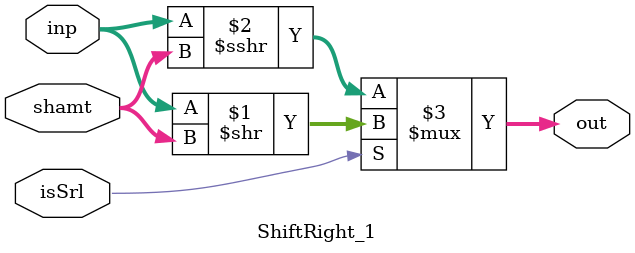
<source format=v>
module ShiftRight_1(
                  input signed [31:0] inp,
                  input [4:0]         shamt,
                  input               isSrl,
                  output [31:0]       out
                  );
   assign out = (isSrl)? $signed(inp>>shamt):
                (inp>>>shamt);
endmodule
</source>
